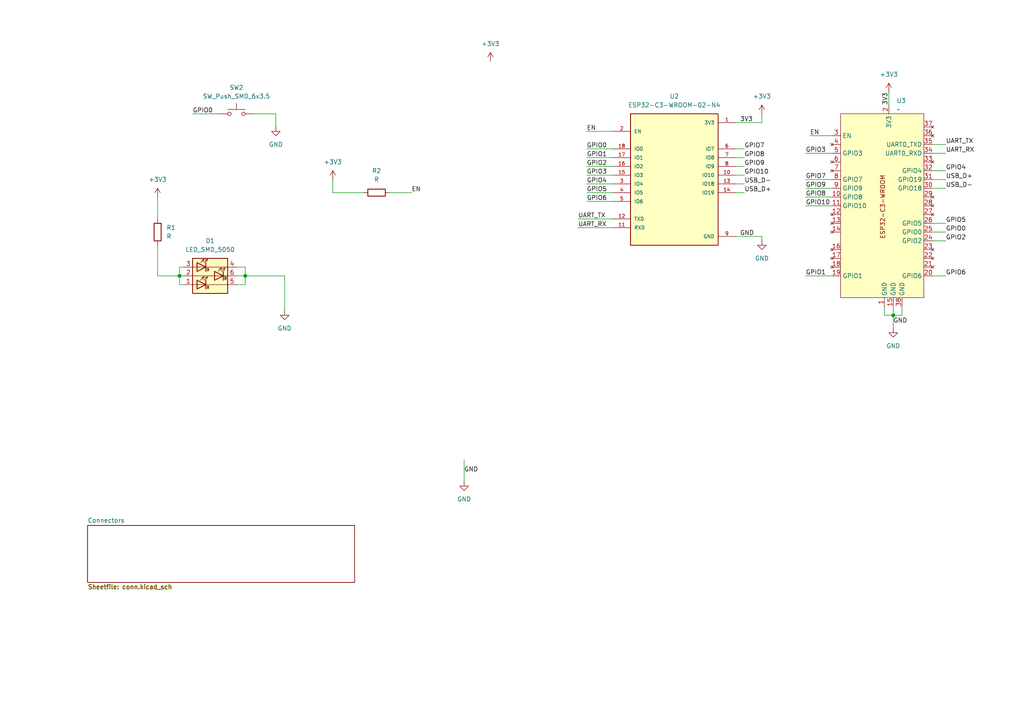
<source format=kicad_sch>
(kicad_sch (version 20231120) (generator "eeschema") (generator_version "8.0")
  (paper "A4")
  (lib_symbols
    (symbol "Alexander Symbol Library:Conn_ESP32-WROOM-Socket-38P-v3"
      (property "Reference" "U3" (at 2.1941 1.27 0))
      (property "Value" "~" (at 2.1941 -1.27 0))
      (symbol "Conn_ESP32-WROOM-Socket-38P-v3_0_1"
        (rectangle (start -13.97 -2.54) (end 10.16 -55.88) (fill (type background)))
      )
      (symbol "Conn_ESP32-WROOM-Socket-38P-v3_1_0"
        (pin bidirectional line (at -16.51 -29.21 0) (length 2.54) (name "GPIO10") (number "11"))
        (pin no_connect line (at -16.51 -31.75 0) (length 2.54) (name "") (number "12"))
        (pin no_connect line (at -16.51 -34.29 0) (length 2.54) (name "") (number "13"))
        (pin no_connect line (at -16.51 -36.83 0) (length 2.54) (name "") (number "14"))
        (pin power_out line (at 1.27 -58.42 90) (length 2.54) (name "GND") (number "15"))
        (pin no_connect line (at -16.51 -41.91 0) (length 2.54) (name "") (number "16"))
        (pin no_connect line (at -16.51 -44.45 0) (length 2.54) (name "") (number "17"))
        (pin no_connect line (at -16.51 -46.99 0) (length 2.54) (name "") (number "18"))
        (pin bidirectional line (at -16.51 -49.53 0) (length 2.54) (name "GPIO1") (number "19"))
        (pin bidirectional line (at 12.7 -49.53 180) (length 2.54) (name "GPIO6") (number "20"))
        (pin no_connect line (at 12.7 -46.99 180) (length 2.54) (name "") (number "21"))
        (pin no_connect line (at 12.7 -44.45 180) (length 2.54) (name "") (number "22"))
        (pin no_connect line (at 12.7 -41.91 180) (length 2.54) (name "") (number "23"))
        (pin bidirectional line (at 12.7 -39.37 180) (length 2.54) (name "GPIO2") (number "24"))
        (pin bidirectional line (at 12.7 -36.83 180) (length 2.54) (name "GPIO0") (number "25"))
        (pin bidirectional line (at 12.7 -34.29 180) (length 2.54) (name "GPIO5") (number "26"))
        (pin no_connect line (at 12.7 -31.75 180) (length 2.54) (name "") (number "27"))
        (pin no_connect line (at 12.7 -29.21 180) (length 2.54) (name "") (number "28"))
        (pin no_connect line (at 12.7 -26.67 180) (length 2.54) (name "") (number "29"))
        (pin bidirectional line (at 12.7 -24.13 180) (length 2.54) (name "GPIO18") (number "30"))
        (pin bidirectional line (at 12.7 -21.59 180) (length 2.54) (name "GPIO19") (number "31"))
        (pin bidirectional line (at 12.7 -19.05 180) (length 2.54) (name "GPIO4") (number "32"))
        (pin no_connect line (at 12.7 -16.51 180) (length 2.54) (name "") (number "33"))
        (pin input line (at 12.7 -13.97 180) (length 2.54) (name "UART0_RXD") (number "34"))
        (pin output line (at 12.7 -11.43 180) (length 2.54) (name "UART0_TXD") (number "35"))
        (pin no_connect line (at 12.7 -8.89 180) (length 2.54) (name "") (number "36"))
        (pin no_connect line (at 12.7 -6.35 180) (length 2.54) (name "") (number "37"))
        (pin power_out line (at 3.81 -58.42 90) (length 2.54) (name "GND") (number "38"))
      )
      (symbol "Conn_ESP32-WROOM-Socket-38P-v3_1_1"
        (text "ESP32-C3-WROOM" (at -1.778 -29.464 900) (effects (font (size 1.27 1.27))))
        (pin power_out line (at -1.27 -58.42 90) (length 2.54) (name "GND") (number "1"))
        (pin bidirectional line (at -16.51 -26.67 0) (length 2.54) (name "GPIO8") (number "10"))
        (pin power_in line (at 0 0 270) (length 2.54) (name "3V3") (number "2"))
        (pin bidirectional line (at -16.51 -8.89 0) (length 2.54) (name "EN") (number "3"))
        (pin no_connect line (at -16.51 -11.43 0) (length 2.54) (name "") (number "4"))
        (pin bidirectional line (at -16.51 -13.97 0) (length 2.54) (name "GPIO3") (number "5"))
        (pin no_connect line (at -16.51 -16.51 0) (length 2.54) (name "") (number "6"))
        (pin no_connect line (at -16.51 -19.05 0) (length 2.54) (name "") (number "7"))
        (pin bidirectional line (at -16.51 -21.59 0) (length 2.54) (name "GPIO7") (number "8"))
        (pin bidirectional line (at -16.51 -24.13 0) (length 2.54) (name "GPIO9") (number "9"))
      )
    )
    (symbol "Alexander Symbol Library:ESP32-C3-WROOM-02-N4" (pin_names (offset 1.016))
      (property "Reference" "U" (at -12.7 21.082 0))
      (property "Value" "ESP32-C3-WROOM-02-N4" (at -13.208 -19.05 0))
      (symbol "ESP32-C3-WROOM-02-N4_0_0"
        (rectangle (start -12.7 20.32) (end 12.7 -17.78) (stroke (width 0.254)) (fill (type background)))
        (pin power_in line (at 17.78 17.78 180) (length 5.08) (name "3V3") (number "1"))
        (pin bidirectional line (at 17.78 2.54 180) (length 5.08) (name "IO10") (number "10"))
        (pin bidirectional line (at -17.78 -12.7 0) (length 5.08) (name "RXD") (number "11"))
        (pin bidirectional line (at -17.78 -10.16 0) (length 5.08) (name "TXD") (number "12"))
        (pin bidirectional line (at 17.78 0 180) (length 5.08) (name "IO18") (number "13"))
        (pin bidirectional line (at 17.78 -2.54 180) (length 5.08) (name "IO19") (number "14"))
        (pin bidirectional line (at -17.78 2.54 0) (length 5.08) (name "IO3") (number "15"))
        (pin bidirectional line (at -17.78 5.08 0) (length 5.08) (name "IO2") (number "16"))
        (pin bidirectional line (at -17.78 7.62 0) (length 5.08) (name "IO1") (number "17"))
        (pin bidirectional line (at -17.78 10.16 0) (length 5.08) (name "IO0") (number "18"))
        (pin power_in line (at 17.78 -15.24 180) (length 5.08) hide (name "GND__1") (number "19"))
        (pin input line (at -17.78 15.24 0) (length 5.08) (name "EN") (number "2"))
        (pin power_in line (at 17.78 -15.24 180) (length 5.08) hide (name "GND__2") (number "20"))
        (pin power_in line (at 17.78 -15.24 180) (length 5.08) hide (name "GND__3") (number "21"))
        (pin power_in line (at 17.78 -15.24 180) (length 5.08) hide (name "GND__4") (number "22"))
        (pin power_in line (at 17.78 -15.24 180) (length 5.08) hide (name "GND__5") (number "23"))
        (pin power_in line (at 17.78 -15.24 180) (length 5.08) hide (name "GND__6") (number "24"))
        (pin power_in line (at 17.78 -15.24 180) (length 5.08) hide (name "GND__7") (number "25"))
        (pin power_in line (at 17.78 -15.24 180) (length 5.08) hide (name "GND__8") (number "26"))
        (pin power_in line (at 17.78 -15.24 180) (length 5.08) hide (name "GND__9") (number "27"))
        (pin power_in line (at 17.78 -15.24 180) (length 5.08) hide (name "GND__10") (number "28"))
        (pin power_in line (at 17.78 -15.24 180) (length 5.08) hide (name "GND__11") (number "29"))
        (pin bidirectional line (at -17.78 0 0) (length 5.08) (name "IO4") (number "3"))
        (pin power_in line (at 17.78 -15.24 180) (length 5.08) hide (name "GND__12") (number "30"))
        (pin power_in line (at 17.78 -15.24 180) (length 5.08) hide (name "GND__13") (number "31"))
        (pin power_in line (at 17.78 -15.24 180) (length 5.08) hide (name "GND__14") (number "32"))
        (pin power_in line (at 17.78 -15.24 180) (length 5.08) hide (name "GND__15") (number "33"))
        (pin power_in line (at 17.78 -15.24 180) (length 5.08) hide (name "GND__16") (number "34"))
        (pin power_in line (at 17.78 -15.24 180) (length 5.08) hide (name "GND__17") (number "35"))
        (pin power_in line (at 17.78 -15.24 180) (length 5.08) hide (name "GND__18") (number "36"))
        (pin power_in line (at 17.78 -15.24 180) (length 5.08) hide (name "GND__19") (number "37"))
        (pin power_in line (at 17.78 -15.24 180) (length 5.08) hide (name "GND__20") (number "38"))
        (pin power_in line (at 17.78 -15.24 180) (length 5.08) hide (name "GND__21") (number "39"))
        (pin bidirectional line (at -17.78 -2.54 0) (length 5.08) (name "IO5") (number "4"))
        (pin bidirectional line (at -17.78 -5.08 0) (length 5.08) (name "IO6") (number "5"))
        (pin bidirectional line (at 17.78 10.16 180) (length 5.08) (name "IO7") (number "6"))
        (pin bidirectional line (at 17.78 7.62 180) (length 5.08) (name "IO8") (number "7"))
        (pin bidirectional line (at 17.78 5.08 180) (length 5.08) (name "IO9") (number "8"))
        (pin power_in line (at 17.78 -15.24 180) (length 5.08) (name "GND") (number "9"))
      )
    )
    (symbol "Alexander_Library_Symbols:LED_SMD_5050" (pin_names hide)
      (property "Reference" "D" (at -5.08 6.35 0))
      (property "Value" "LED_SMD_5050" (at -5.08 -6.35 0))
      (symbol "LED_SMD_5050_0_0"
        (text "B" (at -0.635 -3.3274 0) (effects (font (size 0.762 0.762))))
      )
      (symbol "LED_SMD_5050_0_1"
        (rectangle (start -5.08 5.08) (end 5.08 -5.08) (stroke (width 0.254)) (fill (type background)))
        (polyline (pts (xy -5.08 -2.54) (xy 5.08 -2.54)))
        (polyline (pts (xy -5.08 0) (xy 5.08 0)))
        (polyline (pts (xy -5.08 2.54) (xy 5.08 2.54)))
        (polyline (pts (xy -2.794 -1.27) (xy -1.778 -0.254)))
        (polyline (pts (xy -2.794 3.81) (xy -1.778 4.826)))
        (polyline (pts (xy -1.778 -1.27) (xy -0.762 -0.254)))
        (polyline (pts (xy -1.778 3.81) (xy -0.762 4.826)))
        (polyline (pts (xy -1.27 -1.27) (xy -1.27 -3.81)) (stroke (width 0.254)))
        (polyline (pts (xy -1.27 3.81) (xy -1.27 1.27)) (stroke (width 0.254)))
        (polyline (pts (xy 2.286 1.27) (xy 3.302 2.286)))
        (polyline (pts (xy 3.302 1.27) (xy 4.318 2.286)))
        (polyline (pts (xy 3.81 1.27) (xy 3.81 -1.27)) (stroke (width 0.254)))
        (polyline (pts (xy -2.54 4.572) (xy -1.778 4.826) (xy -2.032 4.064)))
        (polyline (pts (xy -2.032 -1.016) (xy -1.778 -0.254) (xy -2.54 -0.508)))
        (polyline (pts (xy -1.524 -0.508) (xy -0.762 -0.254) (xy -1.016 -1.016)))
        (polyline (pts (xy -1.524 4.572) (xy -0.762 4.826) (xy -1.016 4.064)))
        (polyline (pts (xy 3.048 1.524) (xy 3.302 2.286) (xy 2.54 2.032)))
        (polyline (pts (xy 3.556 2.032) (xy 4.318 2.286) (xy 4.064 1.524)))
        (polyline (pts (xy -3.81 -1.27) (xy -3.81 -3.81) (xy -1.27 -2.54) (xy -3.81 -1.27)) (stroke (width 0.254)))
        (polyline (pts (xy -3.81 3.81) (xy -3.81 1.27) (xy -1.27 2.54) (xy -3.81 3.81)) (stroke (width 0.254)))
        (polyline (pts (xy 1.27 1.27) (xy 1.27 -1.27) (xy 3.81 0) (xy 1.27 1.27)) (stroke (width 0.254)))
      )
      (symbol "LED_SMD_5050_1_0"
        (text "B" (at -0.635 1.8034 0) (effects (font (size 0.762 0.762))))
        (text "B" (at 4.4196 -0.7112 0) (effects (font (size 0.762 0.762))))
      )
      (symbol "LED_SMD_5050_1_1"
        (pin passive line (at -7.62 -2.54 0) (length 2.54) (name "AB") (number "1"))
        (pin passive line (at -7.62 0 0) (length 2.54) (name "KB") (number "2"))
        (pin passive line (at -7.62 2.54 0) (length 2.54) (name "AR") (number "3"))
        (pin passive line (at 7.62 2.54 180) (length 2.54) (name "KR") (number "4"))
        (pin passive line (at 7.62 -2.54 180) (length 2.54) (name "AG") (number "5"))
        (pin passive line (at 7.62 0 180) (length 2.54) (name "KR") (number "6"))
      )
    )
    (symbol "Alexander_Library_Symbols:SW_Push_SMD_6x3.5" (pin_numbers hide) (pin_names (offset 1.016) hide)
      (property "Reference" "SW" (at 1.27 2.54 0))
      (property "Value" "SW_Push_SMD_6x3.5" (at 0 -1.524 0))
      (symbol "SW_Push_SMD_6x3.5_0_1"
        (circle (center -2.032 0) (radius 0.508))
        (polyline (pts (xy 0 1.27) (xy 0 3.048)))
        (polyline (pts (xy 2.54 1.27) (xy -2.54 1.27)))
        (circle (center 2.032 0) (radius 0.508))
        (pin passive line (at -5.08 0 0) (length 2.54) (name "1") (number "1"))
        (pin passive line (at 5.08 0 180) (length 2.54) (name "2") (number "2"))
      )
    )
    (symbol "Device:R" (pin_numbers hide) (pin_names (offset 0))
      (property "Reference" "R" (at 2.032 0 90))
      (property "Value" "R" (at 0 0 90))
      (symbol "R_0_1"
        (rectangle (start -1.016 -2.54) (end 1.016 2.54) (stroke (width 0.254)))
      )
      (symbol "R_1_1"
        (pin passive line (at 0 3.81 270) (length 1.27) (name "~") (number "1"))
        (pin passive line (at 0 -3.81 90) (length 1.27) (name "~") (number "2"))
      )
    )
    (symbol "power:+3V3" (power) (pin_numbers hide) (pin_names (offset 0) hide)
      (property "Value" "+3V3" (at 0 3.556 0))
      (symbol "+3V3_0_1"
        (polyline (pts (xy -0.762 1.27) (xy 0 2.54)))
        (polyline (pts (xy 0 0) (xy 0 2.54)))
        (polyline (pts (xy 0 2.54) (xy 0.762 1.27)))
      )
      (symbol "+3V3_1_1"
        (pin power_in line (at 0 0 90) (length 0) (name "~") (number "1"))
      )
    )
    (symbol "power:GND" (power) (pin_numbers hide) (pin_names (offset 0) hide)
      (property "Value" "GND" (at 0 -3.81 0))
      (symbol "GND_0_1"
        (polyline (pts (xy 0 0) (xy 0 -1.27) (xy 1.27 -1.27) (xy 0 -2.54) (xy -1.27 -1.27) (xy 0 -1.27)))
      )
      (symbol "GND_1_1"
        (pin power_in line (at 0 0 270) (length 0) (name "~") (number "1"))
      )
    )
  )
  (junction (at 52.07 80.01))
  (junction (at 71.12 80.01))
  (junction (at 259.08 91.44))
  (wire (pts (xy 233.68 57.15) (xy 241.3 57.15)))
  (wire (pts (xy 80.01 33.02) (xy 80.01 36.83)))
  (wire (pts (xy 113.03 55.88) (xy 119.38 55.88)))
  (wire (pts (xy 233.68 54.61) (xy 241.3 54.61)))
  (wire (pts (xy 170.18 55.88) (xy 177.8 55.88)))
  (wire (pts (xy 270.51 52.07) (xy 274.32 52.07)))
  (wire (pts (xy 213.36 68.58) (xy 220.98 68.58)))
  (wire (pts (xy 71.12 82.55) (xy 71.12 80.01)))
  (wire (pts (xy 213.36 55.88) (xy 215.9 55.88)))
  (wire (pts (xy 71.12 80.01) (xy 82.55 80.01)))
  (wire (pts (xy 270.51 49.53) (xy 274.32 49.53)))
  (wire (pts (xy 213.36 50.8) (xy 215.9 50.8)))
  (wire (pts (xy 234.95 39.37) (xy 241.3 39.37)))
  (wire (pts (xy 68.58 82.55) (xy 71.12 82.55)))
  (wire (pts (xy 167.64 63.5) (xy 177.8 63.5)))
  (wire (pts (xy 170.18 43.18) (xy 177.8 43.18)))
  (wire (pts (xy 170.18 45.72) (xy 177.8 45.72)))
  (wire (pts (xy 170.18 48.26) (xy 177.8 48.26)))
  (wire (pts (xy 170.18 38.1) (xy 177.8 38.1)))
  (wire (pts (xy 270.51 64.77) (xy 274.32 64.77)))
  (wire (pts (xy 261.62 91.44) (xy 261.62 88.9)))
  (wire (pts (xy 45.72 71.12) (xy 45.72 80.01)))
  (wire (pts (xy 213.36 53.34) (xy 215.9 53.34)))
  (wire (pts (xy 213.36 43.18) (xy 215.9 43.18)))
  (wire (pts (xy 233.68 52.07) (xy 241.3 52.07)))
  (wire (pts (xy 96.52 52.07) (xy 96.52 55.88)))
  (wire (pts (xy 71.12 77.47) (xy 71.12 80.01)))
  (wire (pts (xy 68.58 77.47) (xy 71.12 77.47)))
  (wire (pts (xy 213.36 48.26) (xy 215.9 48.26)))
  (wire (pts (xy 52.07 80.01) (xy 53.34 80.01)))
  (wire (pts (xy 170.18 53.34) (xy 177.8 53.34)))
  (wire (pts (xy 55.88 33.02) (xy 63.5 33.02)))
  (wire (pts (xy 213.36 45.72) (xy 215.9 45.72)))
  (wire (pts (xy 257.81 26.67) (xy 257.81 30.48)))
  (wire (pts (xy 259.08 91.44) (xy 261.62 91.44)))
  (wire (pts (xy 45.72 80.01) (xy 52.07 80.01)))
  (wire (pts (xy 82.55 80.01) (xy 82.55 90.17)))
  (wire (pts (xy 52.07 82.55) (xy 52.07 80.01)))
  (wire (pts (xy 233.68 80.01) (xy 241.3 80.01)))
  (wire (pts (xy 233.68 59.69) (xy 241.3 59.69)))
  (wire (pts (xy 220.98 35.56) (xy 220.98 33.02)))
  (wire (pts (xy 68.58 80.01) (xy 71.12 80.01)))
  (wire (pts (xy 134.62 133.35) (xy 134.62 139.7)))
  (wire (pts (xy 259.08 88.9) (xy 259.08 91.44)))
  (wire (pts (xy 270.51 80.01) (xy 274.32 80.01)))
  (wire (pts (xy 233.68 44.45) (xy 241.3 44.45)))
  (wire (pts (xy 270.51 41.91) (xy 274.32 41.91)))
  (wire (pts (xy 45.72 57.15) (xy 45.72 63.5)))
  (wire (pts (xy 170.18 58.42) (xy 177.8 58.42)))
  (wire (pts (xy 256.54 91.44) (xy 259.08 91.44)))
  (wire (pts (xy 213.36 35.56) (xy 220.98 35.56)))
  (wire (pts (xy 270.51 69.85) (xy 274.32 69.85)))
  (wire (pts (xy 52.07 77.47) (xy 52.07 80.01)))
  (wire (pts (xy 53.34 77.47) (xy 52.07 77.47)))
  (wire (pts (xy 53.34 82.55) (xy 52.07 82.55)))
  (wire (pts (xy 259.08 91.44) (xy 259.08 95.25)))
  (wire (pts (xy 167.64 66.04) (xy 177.8 66.04)))
  (wire (pts (xy 270.51 54.61) (xy 274.32 54.61)))
  (wire (pts (xy 270.51 67.31) (xy 274.32 67.31)))
  (wire (pts (xy 96.52 55.88) (xy 105.41 55.88)))
  (wire (pts (xy 170.18 50.8) (xy 177.8 50.8)))
  (wire (pts (xy 256.54 88.9) (xy 256.54 91.44)))
  (wire (pts (xy 270.51 44.45) (xy 274.32 44.45)))
  (wire (pts (xy 220.98 68.58) (xy 220.98 69.85)))
  (wire (pts (xy 73.66 33.02) (xy 80.01 33.02)))
  (label "GPIO6" (at 274.32 80.01 0))
  (label "GPIO9" (at 233.68 54.61 0))
  (label "GPIO8" (at 215.9 45.72 0))
  (label "GPIO3" (at 233.68 44.45 0))
  (label "USB_D-" (at 274.32 54.61 0))
  (label "GPIO4" (at 170.18 53.34 0))
  (label "UART_RX" (at 167.64 66.04 0))
  (label "GPIO10" (at 233.68 59.69 0))
  (label "GPIO3" (at 170.18 50.8 0))
  (label "3V3" (at 257.81 30.48 90))
  (label "UART_TX" (at 274.32 41.91 0))
  (label "GPIO1" (at 170.18 45.72 0))
  (label "USB_D-" (at 215.9 53.34 0))
  (label "GND" (at 134.62 137.16 0))
  (label "GPIO1" (at 233.68 80.01 0))
  (label "GPIO0" (at 55.88 33.02 0))
  (label "GPIO7" (at 233.68 52.07 0))
  (label "GPIO5" (at 274.32 64.77 0))
  (label "EN" (at 119.38 55.88 0))
  (label "GPIO5" (at 170.18 55.88 0))
  (label "3V3" (at 214.63 35.56 0))
  (label "USB_D+" (at 215.9 55.88 0))
  (label "GPIO0" (at 274.32 67.31 0))
  (label "EN" (at 234.95 39.37 0))
  (label "USB_D+" (at 274.32 52.07 0))
  (label "GND" (at 214.63 68.58 0))
  (label "GPIO2" (at 274.32 69.85 0))
  (label "GPIO8" (at 233.68 57.15 0))
  (label "GPIO0" (at 170.18 43.18 0))
  (label "UART_TX" (at 167.64 63.5 0))
  (label "UART_RX" (at 274.32 44.45 0))
  (label "GPIO9" (at 215.9 48.26 0))
  (label "EN" (at 170.18 38.1 0))
  (label "GPIO7" (at 215.9 43.18 0))
  (label "GPIO2" (at 170.18 48.26 0))
  (label "GPIO4" (at 274.32 49.53 0))
  (label "GPIO10" (at 215.9 50.8 0))
  (label "GPIO6" (at 170.18 58.42 0))
  (label "GND" (at 259.08 93.98 0))
  (symbol (lib_id "power:+3V3") (at 257.81 26.67 0) (unit 1)
    (property "Reference" "#PWR010" (effects (hide yes)))
    (property "Value" "+3V3" (at 257.81 21.59 0))
    (property "Description" "Power symbol creates a global label with name \"+3V3\"" (effects (hide yes)))
  )
  (symbol (lib_id "power:+3V3") (at 45.72 57.15 0) (unit 1)
    (property "Reference" "#PWR05" (effects (hide yes)))
    (property "Value" "+3V3" (at 45.72 52.07 0))
    (property "Description" "Power symbol creates a global label with name \"+3V3\"" (effects (hide yes)))
  )
  (symbol (lib_id "power:+3V3") (at 96.52 52.07 0) (unit 1)
    (property "Reference" "#PWR02" (effects (hide yes)))
    (property "Value" "+3V3" (at 96.52 46.99 0))
    (property "Description" "Power symbol creates a global label with name \"+3V3\"" (effects (hide yes)))
  )
  (symbol (lib_id "power:GND") (at 259.08 95.25 0) (unit 1)
    (property "Reference" "#PWR09" (effects (hide yes)))
    (property "Value" "GND" (at 259.08 100.33 0))
    (property "Description" "Power symbol creates a global label with name \"GND\" , ground" (effects (hide yes)))
  )
  (symbol (lib_id "Alexander Symbol Library:ESP32-C3-WROOM-02-N4") (at 195.58 53.34 0) (unit 1)
    (property "Reference" "U2" (at 195.58 27.94 0))
    (property "Value" "ESP32-C3-WROOM-02-N4" (at 195.58 30.48 0))
    (property "Footprint" "Alexander Footprint Library:ESP32-C3-WROOM-02-H4" (effects (hide yes)))
    (property "MP" "ESP32-C3-WROOM-02-H4" (effects (hide yes)))
  )
  (symbol (lib_id "power:GND") (at 220.98 69.85 0) (unit 1)
    (property "Reference" "#PWR011" (effects (hide yes)))
    (property "Value" "GND" (at 220.98 74.93 0))
    (property "Description" "Power symbol creates a global label with name \"GND\" , ground" (effects (hide yes)))
  )
  (symbol (lib_id "Alexander_Library_Symbols:SW_Push_SMD_6x3.5") (at 68.58 33.02 0) (unit 1)
    (property "Reference" "SW2" (at 68.58 25.4 0))
    (property "Value" "SW_Push_SMD_6x3.5" (at 68.58 27.94 0))
    (property "Footprint" "Alexander Footprint Library:SW_PUSH_6x3.5mm" (effects (hide yes)))
  )
  (symbol (lib_id "Alexander_Library_Symbols:LED_SMD_5050") (at 60.96 80.01 0) (unit 1)
    (property "Reference" "D1" (at 60.96 69.85 0))
    (property "Value" "LED_SMD_5050" (at 60.96 72.39 0))
    (property "Footprint" "Alexander Footprint Library:LED_5050-6" (effects (hide yes)))
    (property "Datasheet" "https://www.cree.com/led-components/media/documents/CLS6B-FKW.pdf" (effects (hide yes)))
    (property "Description" "Cree PLCC6 3 in 1 SMD LED, PLCC-6" (effects (hide yes)))
  )
  (symbol (lib_id "Device:R") (at 45.72 67.31 0) (unit 1)
    (property "Reference" "R1" (at 48.26 66.0399 0) (effects (justify left)))
    (property "Value" "R" (at 48.26 68.5799 0) (effects (justify left)))
    (property "Footprint" "Resistor_SMD:R_1206_3216Metric_Pad1.30x1.75mm_HandSolder" (effects (hide yes)))
    (property "Description" "Resistor" (effects (hide yes)))
  )
  (symbol (lib_id "power:GND") (at 82.55 90.17 0) (unit 1)
    (property "Reference" "#PWR04" (effects (hide yes)))
    (property "Value" "GND" (at 82.55 95.25 0))
    (property "Description" "Power symbol creates a global label with name \"GND\" , ground" (effects (hide yes)))
  )
  (symbol (lib_id "Alexander Symbol Library:Conn_ESP32-WROOM-Socket-38P-v3") (at 257.81 30.48 0) (unit 1)
    (property "Reference" "U3" (at 260.0041 29.21 0) (effects (justify left)))
    (property "Value" "~" (at 260.0041 31.75 0) (effects (justify left)))
    (property "Footprint" "Alexander Footprint Library:CONN-ESP32-WROOM-Adapter-Legacy-v3" (effects (hide yes)))
  )
  (symbol (lib_id "power:GND") (at 80.01 36.83 0) (unit 1)
    (property "Reference" "#PWR06" (effects (hide yes)))
    (property "Value" "GND" (at 80.01 41.91 0))
    (property "Description" "Power symbol creates a global label with name \"GND\" , ground" (effects (hide yes)))
  )
  (symbol (lib_id "power:+3V3") (at 220.98 33.02 0) (unit 1)
    (property "Reference" "#PWR08" (effects (hide yes)))
    (property "Value" "+3V3" (at 220.98 27.94 0))
    (property "Description" "Power symbol creates a global label with name \"+3V3\"" (effects (hide yes)))
  )
  (symbol (lib_id "power:+3V3") (at 142.24 17.78 0) (unit 1)
    (property "Reference" "#PWR07" (effects (hide yes)))
    (property "Value" "+3V3" (at 142.24 12.7 0))
    (property "Description" "Power symbol creates a global label with name \"+3V3\"" (effects (hide yes)))
  )
  (symbol (lib_id "power:GND") (at 134.62 139.7 0) (unit 1)
    (property "Reference" "#PWR03" (effects (hide yes)))
    (property "Value" "GND" (at 134.62 144.78 0))
    (property "Description" "Power symbol creates a global label with name \"GND\" , ground" (effects (hide yes)))
  )
  (symbol (lib_id "Device:R") (at 109.22 55.88 270) (unit 1)
    (property "Reference" "R2" (at 109.22 49.53 90))
    (property "Value" "R" (at 109.22 52.07 90))
    (property "Footprint" "Resistor_SMD:R_1206_3216Metric_Pad1.30x1.75mm_HandSolder" (effects (hide yes)))
    (property "Description" "Resistor" (effects (hide yes)))
  )
  (sheet (at 25.4 152.4) (size 77.47 16.51) (stroke (width 0.1524) (color 132 0 0 1))
    (property "Sheetname" "Connectors" (at 25.4 151.6884 0) (effects (justify left bottom)))
    (property "Sheetfile" "conn.kicad_sch" (at 25.4 169.4946 0) (show_name yes) (effects (font (bold yes)) (justify left top)))
  )
)
</source>
